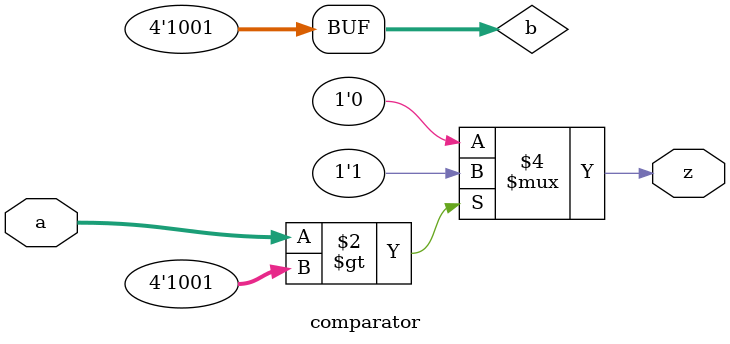
<source format=v>
module comparator (a,z);
input [3:0]a;
output reg z;

wire [3:0]b = 4'b1001;

always @(*)
begin
if (a>b)
z=1'b1;
else
z=1'b0;
end

endmodule 
</source>
